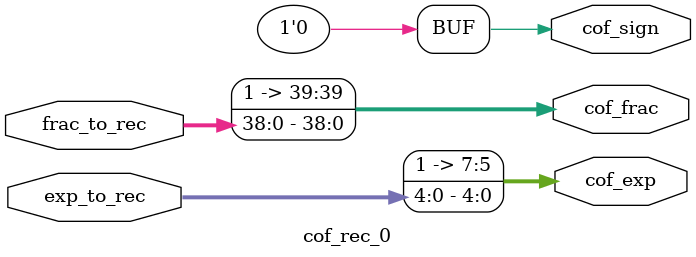
<source format=v>
module cof_rec_top(
	input [167:0] cof_torec,
	input cof_sign_rev,
	input sel_DorX,
	input sin_or_cos,
	output [7:0] cof_exp_3,cof_exp_2,cof_exp_1,cof_exp_0,
	output cof_sign_3,cof_sign_2,cof_sign_1,cof_sign_0,
	output [35:0] cof_frac_3,cof_frac_2,
	output [39:0] cof_frac_0,cof_frac_1
);
	


	cof_rec_3 #(
		.I_EXP_WIDTH (5),
		.O_EXP_WIDTH (8),
		.FRAC_WIDTH  (35),
		.O_FRAC_WIDTH(36)
	)
	u_cof_rec_3 (
		// Inputs
		.cof_sign_rev(cof_sign_rev),
		.exp_to_rec  (cof_torec[39:35]),
		.frac_to_rec (cof_torec[34:0]),
		.sin_or_cos  (sin_or_cos),
		// Outputs
		.cof_exp     (cof_exp_3),
		.cof_frac    (cof_frac_3),
		.cof_sign    (cof_sign_3)
	);



	cof_rec_2 #(
		.I_EXP_WIDTH (5),
		.O_EXP_WIDTH (8),
		.FRAC_WIDTH  (35),
		.O_FRAC_WIDTH(36)
	)
	u_cof_rec_2 (
		// Inputs
		.exp_to_rec (cof_torec[79:75]),
		.frac_to_rec(cof_torec[74:40]),
		// Outputs
		.cof_exp    (cof_exp_2),
		.cof_frac   (cof_frac_2),
		.cof_sign   (cof_sign_2)
	);
	
	cof_rec_1 #(
		.I_EXP_WIDTH (5),
		.O_EXP_WIDTH (8),
		.FRAC_WIDTH  (39),
		.O_FRAC_WIDTH(40)
	)
	u_cof_rec_1 (
		// Inputs
		.exp_to_rec        (cof_torec[123:119]),
		.frac_to_rec       (cof_torec[118:80]),
		.i_X_APPRO_or_0_125(~sel_DorX),
		.sin_or_cos        (sin_or_cos),
		// Outputs
		.cof_exp           (cof_exp_1),
		.cof_frac          (cof_frac_1),
		.cof_sign          (cof_sign_1)
	);
	


	cof_rec_0 #(
		.I_EXP_WIDTH (5),
		.O_EXP_WIDTH (8),
		.FRAC_WIDTH  (39),
		.O_FRAC_WIDTH(40)
	)
	u_cof_rec_0 (
		// Inputs
		.exp_to_rec (cof_torec[167:163]),
		.frac_to_rec(cof_torec[162:124]),
		// Outputs
		.cof_exp    (cof_exp_0),
		.cof_frac   (cof_frac_0),
		.cof_sign   (cof_sign_0)
	);
	
endmodule




module cof_rec_3 #(
    parameter I_EXP_WIDTH  = 5,
    parameter O_EXP_WIDTH  = 8,
    parameter FRAC_WIDTH = 35,
    parameter O_FRAC_WIDTH = 36
) (
    input  sin_or_cos                       ,
    input  [I_EXP_WIDTH  -1  : 0] exp_to_rec,
    input  [FRAC_WIDTH   -1  : 0] frac_to_rec,
    input  cof_sign_rev                     ,
    output [O_FRAC_WIDTH -1  : 0] cof_frac,
    output [O_EXP_WIDTH  -1  : 0] cof_exp,
    output cof_sign
);
    
    assign cof_exp = {{3{exp_to_rec[I_EXP_WIDTH-1]}},exp_to_rec};
    assign cof_frac = {1'b1,frac_to_rec};
    assign cof_sign = (~sin_or_cos) ? 1'b1 : 1'b0^cof_sign_rev;

endmodule

module cof_rec_2 #(
    parameter I_EXP_WIDTH  = 5,
    parameter O_EXP_WIDTH  = 8,
    parameter FRAC_WIDTH = 35,
    parameter O_FRAC_WIDTH = 36
) (
    input  [I_EXP_WIDTH    -1  : 0] exp_to_rec,
    input  [FRAC_WIDTH   -1  : 0] frac_to_rec,
    output [O_FRAC_WIDTH -1  : 0] cof_frac,
    output [O_EXP_WIDTH  -1  : 0] cof_exp,
    output cof_sign
);
    
    assign cof_exp = {{3{exp_to_rec[I_EXP_WIDTH-1]}},exp_to_rec};
    assign cof_frac = {1'b1,frac_to_rec};
    assign cof_sign = 1'b1;

endmodule

module cof_rec_1#(
    parameter I_EXP_WIDTH  = 5,
    parameter O_EXP_WIDTH  = 8,
    parameter FRAC_WIDTH = 39,
    parameter O_FRAC_WIDTH = 40
) (
    input  sin_or_cos                     ,
    input  [I_EXP_WIDTH  -1  : 0] exp_to_rec,
    input  [FRAC_WIDTH   -1  : 0] frac_to_rec,
    input  i_X_APPRO_or_0_125  ,
    output [O_FRAC_WIDTH -1  : 0] cof_frac,
    output [O_EXP_WIDTH  -1  : 0] cof_exp,
    output cof_sign
);
    
    assign cof_exp = {{3{exp_to_rec[I_EXP_WIDTH-1]}},exp_to_rec};
    assign cof_frac = {1'b1,frac_to_rec};
    assign cof_sign = (~sin_or_cos) ? 1'b0&~i_X_APPRO_or_0_125 : 1'b1&~i_X_APPRO_or_0_125; 
endmodule

module cof_rec_0#(
    parameter I_EXP_WIDTH  = 5,
    parameter O_EXP_WIDTH  = 8,
    parameter FRAC_WIDTH = 39,
    parameter O_FRAC_WIDTH = 40
) (
    input  [I_EXP_WIDTH  -1  : 0] exp_to_rec ,
    input  [FRAC_WIDTH   -1  : 0] frac_to_rec,
    output [O_FRAC_WIDTH -1  : 0] cof_frac,
    output [O_EXP_WIDTH  -1  : 0] cof_exp,
    output cof_sign
);
    
    assign cof_exp  = {{3'b111,exp_to_rec}};
    assign cof_frac = {1'b1,frac_to_rec};
    assign cof_sign = 1'b0;
endmodule
</source>
